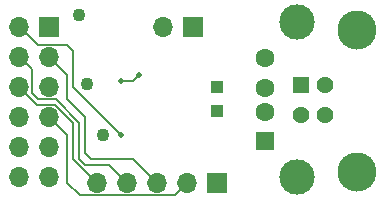
<source format=gbr>
%TF.GenerationSoftware,KiCad,Pcbnew,5.1.6-c6e7f7d~86~ubuntu18.04.1*%
%TF.CreationDate,2021-07-01T18:37:21-07:00*%
%TF.ProjectId,usb_combo_pmod,7573625f-636f-46d6-926f-5f706d6f642e,rev?*%
%TF.SameCoordinates,Original*%
%TF.FileFunction,Copper,L4,Bot*%
%TF.FilePolarity,Positive*%
%FSLAX46Y46*%
G04 Gerber Fmt 4.6, Leading zero omitted, Abs format (unit mm)*
G04 Created by KiCad (PCBNEW 5.1.6-c6e7f7d~86~ubuntu18.04.1) date 2021-07-01 18:37:21*
%MOMM*%
%LPD*%
G01*
G04 APERTURE LIST*
%TA.AperFunction,ComponentPad*%
%ADD10O,1.700000X1.700000*%
%TD*%
%TA.AperFunction,ComponentPad*%
%ADD11R,1.700000X1.700000*%
%TD*%
%TA.AperFunction,ComponentPad*%
%ADD12C,1.600000*%
%TD*%
%TA.AperFunction,ComponentPad*%
%ADD13R,1.600000X1.600000*%
%TD*%
%TA.AperFunction,ComponentPad*%
%ADD14C,3.000000*%
%TD*%
%TA.AperFunction,ComponentPad*%
%ADD15C,3.316000*%
%TD*%
%TA.AperFunction,ComponentPad*%
%ADD16C,1.428000*%
%TD*%
%TA.AperFunction,ComponentPad*%
%ADD17R,1.428000X1.428000*%
%TD*%
%TA.AperFunction,ComponentPad*%
%ADD18R,1.000000X1.000000*%
%TD*%
%TA.AperFunction,ViaPad*%
%ADD19C,1.100000*%
%TD*%
%TA.AperFunction,ViaPad*%
%ADD20C,0.500000*%
%TD*%
%TA.AperFunction,Conductor*%
%ADD21C,0.127000*%
%TD*%
G04 APERTURE END LIST*
D10*
%TO.P,J1,12*%
%TO.N,+3V3*%
X99060000Y-83820000D03*
%TO.P,J1,6*%
X101600000Y-83820000D03*
%TO.P,J1,11*%
%TO.N,GND*%
X99060000Y-81280000D03*
%TO.P,J1,5*%
X101600000Y-81280000D03*
%TO.P,J1,10*%
%TO.N,/D_SUS*%
X99060000Y-78740000D03*
%TO.P,J1,4*%
%TO.N,/D_OE_*%
X101600000Y-78740000D03*
%TO.P,J1,9*%
%TO.N,/D_VM*%
X99060000Y-76200000D03*
%TO.P,J1,3*%
%TO.N,/D_CON*%
X101600000Y-76200000D03*
%TO.P,J1,8*%
%TO.N,/D_VP*%
X99060000Y-73660000D03*
%TO.P,J1,2*%
%TO.N,/D_RCV*%
X101600000Y-73660000D03*
%TO.P,J1,7*%
%TO.N,/D_SPD*%
X99060000Y-71120000D03*
D11*
%TO.P,J1,1*%
%TO.N,/D_VBUS_DET*%
X101600000Y-71120000D03*
%TD*%
D12*
%TO.P,J5,4*%
%TO.N,GND*%
X119888000Y-73772000D03*
%TO.P,J5,3*%
%TO.N,/D_DP*%
X119888000Y-76272000D03*
%TO.P,J5,2*%
%TO.N,/D_DN*%
X119888000Y-78272000D03*
D13*
%TO.P,J5,1*%
%TO.N,/D_VBUS*%
X119888000Y-80772000D03*
D14*
%TO.P,J5,5*%
%TO.N,GND*%
X122598000Y-83842000D03*
X122598000Y-70702000D03*
%TD*%
D15*
%TO.P,J4,S2*%
%TO.N,GND*%
X127646000Y-71323000D03*
%TO.P,J4,S1*%
X127646000Y-83363000D03*
D16*
%TO.P,J4,4*%
X124936000Y-76053000D03*
%TO.P,J4,3*%
%TO.N,/D_DP*%
X124936000Y-78553000D03*
%TO.P,J4,2*%
%TO.N,/D_DN*%
X122936000Y-78553000D03*
D17*
%TO.P,J4,1*%
%TO.N,/D_VBUS*%
X122936000Y-76053000D03*
%TD*%
D10*
%TO.P,J3,2*%
%TO.N,GND*%
X111252000Y-71120000D03*
D11*
%TO.P,J3,1*%
%TO.N,/D_VBUS*%
X113792000Y-71120000D03*
%TD*%
D10*
%TO.P,J2,5*%
%TO.N,/D_VM*%
X105664000Y-84328000D03*
%TO.P,J2,4*%
%TO.N,/D_VP*%
X108204000Y-84328000D03*
%TO.P,J2,3*%
%TO.N,/D_RCV*%
X110744000Y-84328000D03*
%TO.P,J2,2*%
%TO.N,/D_OE_*%
X113284000Y-84328000D03*
D11*
%TO.P,J2,1*%
%TO.N,GND*%
X115824000Y-84328000D03*
%TD*%
D18*
%TO.P,DP1,1*%
%TO.N,/D_DP*%
X115824000Y-76200000D03*
%TD*%
%TO.P,DN1,1*%
%TO.N,/D_DN*%
X115824000Y-78232000D03*
%TD*%
D19*
%TO.N,+3V3*%
X104777632Y-75899501D03*
%TO.N,GND*%
X106140593Y-80264167D03*
X104140000Y-70104000D03*
D20*
%TO.N,/D_SPD*%
X107696000Y-80264000D03*
%TO.N,/D_VPU*%
X107696000Y-75692000D03*
X109220000Y-75184000D03*
%TD*%
D21*
%TO.N,/D_OE_*%
X103124000Y-84328000D02*
X103124000Y-80264000D01*
X103124000Y-80264000D02*
X101600000Y-78740000D01*
X104164501Y-85368501D02*
X103124000Y-84328000D01*
X112243499Y-85368501D02*
X104164501Y-85368501D01*
X113284000Y-84328000D02*
X112243499Y-85368501D01*
%TO.N,/D_VM*%
X103632000Y-82296000D02*
X103632000Y-79248000D01*
X103632000Y-79248000D02*
X102083499Y-77699499D01*
X105664000Y-84328000D02*
X103632000Y-82296000D01*
X100559499Y-77699499D02*
X99060000Y-76200000D01*
X102083499Y-77699499D02*
X100559499Y-77699499D01*
%TO.N,/D_RCV*%
X103124000Y-75184000D02*
X101600000Y-73660000D01*
X103124000Y-77216000D02*
X103124000Y-75184000D01*
X104648000Y-78740000D02*
X103124000Y-77216000D01*
X104648000Y-81788000D02*
X104648000Y-78740000D01*
X105156000Y-82296000D02*
X104648000Y-81788000D01*
X108712000Y-82296000D02*
X105156000Y-82296000D01*
X110744000Y-84328000D02*
X108712000Y-82296000D01*
%TO.N,/D_VP*%
X104140000Y-79248000D02*
X104140000Y-80772000D01*
X102132501Y-77240501D02*
X104140000Y-79248000D01*
X100608501Y-77240501D02*
X102132501Y-77240501D01*
X100100501Y-76732501D02*
X100608501Y-77240501D01*
X100100501Y-74700501D02*
X100100501Y-76732501D01*
X99060000Y-73660000D02*
X100100501Y-74700501D01*
X106680000Y-82804000D02*
X108204000Y-84328000D01*
X106172000Y-82804000D02*
X106680000Y-82804000D01*
X106172000Y-82804000D02*
X105156000Y-82804000D01*
X105156000Y-82804000D02*
X104648000Y-82804000D01*
X104648000Y-82804000D02*
X104140000Y-82296000D01*
X104140000Y-82296000D02*
X104140000Y-80264000D01*
%TO.N,/D_SPD*%
X107696000Y-80264000D02*
X103632000Y-76200000D01*
X103632000Y-76200000D02*
X103632000Y-73152000D01*
X103099499Y-72619499D02*
X100608501Y-72619499D01*
X103632000Y-73152000D02*
X103099499Y-72619499D01*
X99109002Y-71120000D02*
X99060000Y-71120000D01*
X100608501Y-72619499D02*
X99109002Y-71120000D01*
%TO.N,/D_VPU*%
X108712000Y-75692000D02*
X109220000Y-75184000D01*
X107696000Y-75692000D02*
X108712000Y-75692000D01*
%TD*%
M02*

</source>
